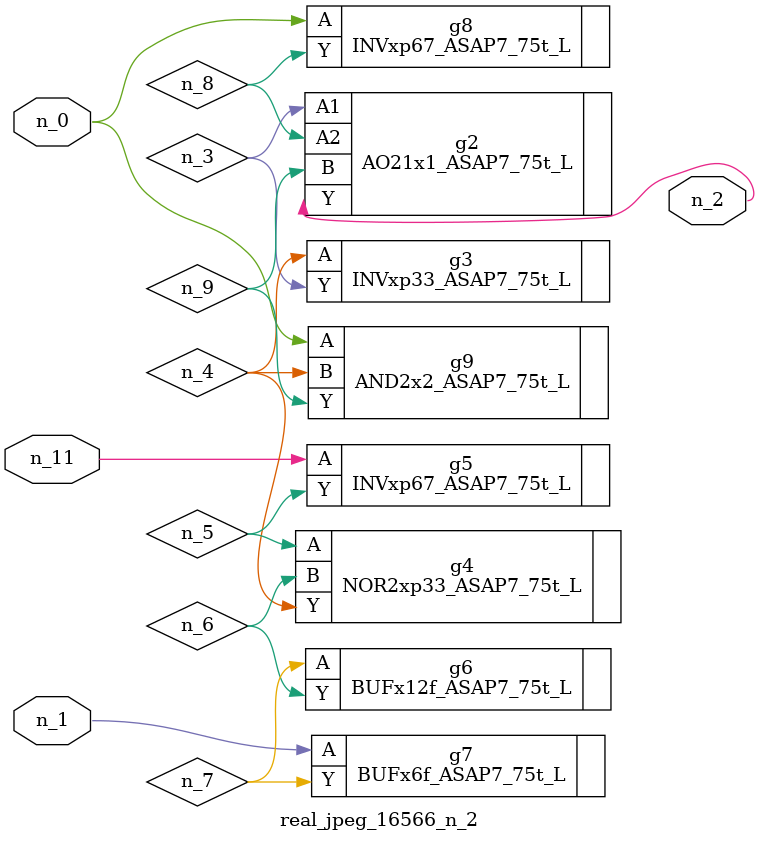
<source format=v>
module real_jpeg_16566_n_2 (n_1, n_11, n_0, n_2);

input n_1;
input n_11;
input n_0;

output n_2;

wire n_5;
wire n_8;
wire n_4;
wire n_6;
wire n_7;
wire n_3;
wire n_9;

INVxp67_ASAP7_75t_L g8 ( 
.A(n_0),
.Y(n_8)
);

AND2x2_ASAP7_75t_L g9 ( 
.A(n_0),
.B(n_4),
.Y(n_9)
);

BUFx6f_ASAP7_75t_L g7 ( 
.A(n_1),
.Y(n_7)
);

AO21x1_ASAP7_75t_L g2 ( 
.A1(n_3),
.A2(n_8),
.B(n_9),
.Y(n_2)
);

INVxp33_ASAP7_75t_L g3 ( 
.A(n_4),
.Y(n_3)
);

NOR2xp33_ASAP7_75t_L g4 ( 
.A(n_5),
.B(n_6),
.Y(n_4)
);

BUFx12f_ASAP7_75t_L g6 ( 
.A(n_7),
.Y(n_6)
);

INVxp67_ASAP7_75t_L g5 ( 
.A(n_11),
.Y(n_5)
);


endmodule
</source>
